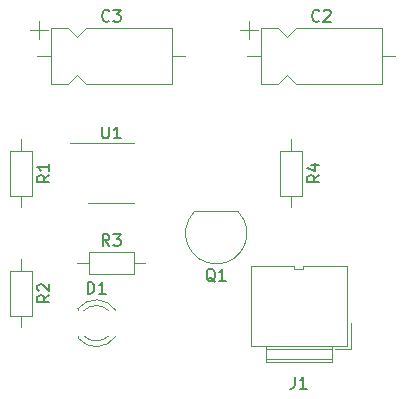
<source format=gbr>
%TF.GenerationSoftware,KiCad,Pcbnew,(6.0.4)*%
%TF.CreationDate,2022-06-10T14:34:12+05:30*%
%TF.ProjectId,saran batch,73617261-6e20-4626-9174-63682e6b6963,rev?*%
%TF.SameCoordinates,Original*%
%TF.FileFunction,Legend,Top*%
%TF.FilePolarity,Positive*%
%FSLAX46Y46*%
G04 Gerber Fmt 4.6, Leading zero omitted, Abs format (unit mm)*
G04 Created by KiCad (PCBNEW (6.0.4)) date 2022-06-10 14:34:12*
%MOMM*%
%LPD*%
G01*
G04 APERTURE LIST*
%ADD10C,0.150000*%
%ADD11C,0.120000*%
G04 APERTURE END LIST*
D10*
%TO.C,U1*%
X136398095Y-87492380D02*
X136398095Y-88301904D01*
X136445714Y-88397142D01*
X136493333Y-88444761D01*
X136588571Y-88492380D01*
X136779047Y-88492380D01*
X136874285Y-88444761D01*
X136921904Y-88397142D01*
X136969523Y-88301904D01*
X136969523Y-87492380D01*
X137969523Y-88492380D02*
X137398095Y-88492380D01*
X137683809Y-88492380D02*
X137683809Y-87492380D01*
X137588571Y-87635238D01*
X137493333Y-87730476D01*
X137398095Y-87778095D01*
%TO.C,R4*%
X154772380Y-91606666D02*
X154296190Y-91940000D01*
X154772380Y-92178095D02*
X153772380Y-92178095D01*
X153772380Y-91797142D01*
X153820000Y-91701904D01*
X153867619Y-91654285D01*
X153962857Y-91606666D01*
X154105714Y-91606666D01*
X154200952Y-91654285D01*
X154248571Y-91701904D01*
X154296190Y-91797142D01*
X154296190Y-92178095D01*
X154105714Y-90749523D02*
X154772380Y-90749523D01*
X153724761Y-90987619D02*
X154439047Y-91225714D01*
X154439047Y-90606666D01*
%TO.C,R3*%
X136993333Y-97592380D02*
X136660000Y-97116190D01*
X136421904Y-97592380D02*
X136421904Y-96592380D01*
X136802857Y-96592380D01*
X136898095Y-96640000D01*
X136945714Y-96687619D01*
X136993333Y-96782857D01*
X136993333Y-96925714D01*
X136945714Y-97020952D01*
X136898095Y-97068571D01*
X136802857Y-97116190D01*
X136421904Y-97116190D01*
X137326666Y-96592380D02*
X137945714Y-96592380D01*
X137612380Y-96973333D01*
X137755238Y-96973333D01*
X137850476Y-97020952D01*
X137898095Y-97068571D01*
X137945714Y-97163809D01*
X137945714Y-97401904D01*
X137898095Y-97497142D01*
X137850476Y-97544761D01*
X137755238Y-97592380D01*
X137469523Y-97592380D01*
X137374285Y-97544761D01*
X137326666Y-97497142D01*
%TO.C,R2*%
X131912380Y-101766666D02*
X131436190Y-102100000D01*
X131912380Y-102338095D02*
X130912380Y-102338095D01*
X130912380Y-101957142D01*
X130960000Y-101861904D01*
X131007619Y-101814285D01*
X131102857Y-101766666D01*
X131245714Y-101766666D01*
X131340952Y-101814285D01*
X131388571Y-101861904D01*
X131436190Y-101957142D01*
X131436190Y-102338095D01*
X131007619Y-101385714D02*
X130960000Y-101338095D01*
X130912380Y-101242857D01*
X130912380Y-101004761D01*
X130960000Y-100909523D01*
X131007619Y-100861904D01*
X131102857Y-100814285D01*
X131198095Y-100814285D01*
X131340952Y-100861904D01*
X131912380Y-101433333D01*
X131912380Y-100814285D01*
%TO.C,R1*%
X131912380Y-91606666D02*
X131436190Y-91940000D01*
X131912380Y-92178095D02*
X130912380Y-92178095D01*
X130912380Y-91797142D01*
X130960000Y-91701904D01*
X131007619Y-91654285D01*
X131102857Y-91606666D01*
X131245714Y-91606666D01*
X131340952Y-91654285D01*
X131388571Y-91701904D01*
X131436190Y-91797142D01*
X131436190Y-92178095D01*
X131912380Y-90654285D02*
X131912380Y-91225714D01*
X131912380Y-90940000D02*
X130912380Y-90940000D01*
X131055238Y-91035238D01*
X131150476Y-91130476D01*
X131198095Y-91225714D01*
%TO.C,Q1*%
X145954761Y-100627619D02*
X145859523Y-100580000D01*
X145764285Y-100484761D01*
X145621428Y-100341904D01*
X145526190Y-100294285D01*
X145430952Y-100294285D01*
X145478571Y-100532380D02*
X145383333Y-100484761D01*
X145288095Y-100389523D01*
X145240476Y-100199047D01*
X145240476Y-99865714D01*
X145288095Y-99675238D01*
X145383333Y-99580000D01*
X145478571Y-99532380D01*
X145669047Y-99532380D01*
X145764285Y-99580000D01*
X145859523Y-99675238D01*
X145907142Y-99865714D01*
X145907142Y-100199047D01*
X145859523Y-100389523D01*
X145764285Y-100484761D01*
X145669047Y-100532380D01*
X145478571Y-100532380D01*
X146859523Y-100532380D02*
X146288095Y-100532380D01*
X146573809Y-100532380D02*
X146573809Y-99532380D01*
X146478571Y-99675238D01*
X146383333Y-99770476D01*
X146288095Y-99818095D01*
%TO.C,J1*%
X152696666Y-108672380D02*
X152696666Y-109386666D01*
X152649047Y-109529523D01*
X152553809Y-109624761D01*
X152410952Y-109672380D01*
X152315714Y-109672380D01*
X153696666Y-109672380D02*
X153125238Y-109672380D01*
X153410952Y-109672380D02*
X153410952Y-108672380D01*
X153315714Y-108815238D01*
X153220476Y-108910476D01*
X153125238Y-108958095D01*
%TO.C,D1*%
X135151904Y-101632380D02*
X135151904Y-100632380D01*
X135390000Y-100632380D01*
X135532857Y-100680000D01*
X135628095Y-100775238D01*
X135675714Y-100870476D01*
X135723333Y-101060952D01*
X135723333Y-101203809D01*
X135675714Y-101394285D01*
X135628095Y-101489523D01*
X135532857Y-101584761D01*
X135390000Y-101632380D01*
X135151904Y-101632380D01*
X136675714Y-101632380D02*
X136104285Y-101632380D01*
X136390000Y-101632380D02*
X136390000Y-100632380D01*
X136294761Y-100775238D01*
X136199523Y-100870476D01*
X136104285Y-100918095D01*
%TO.C,C3*%
X136993333Y-78509642D02*
X136945714Y-78557261D01*
X136802857Y-78604880D01*
X136707619Y-78604880D01*
X136564761Y-78557261D01*
X136469523Y-78462023D01*
X136421904Y-78366785D01*
X136374285Y-78176309D01*
X136374285Y-78033452D01*
X136421904Y-77842976D01*
X136469523Y-77747738D01*
X136564761Y-77652500D01*
X136707619Y-77604880D01*
X136802857Y-77604880D01*
X136945714Y-77652500D01*
X136993333Y-77700119D01*
X137326666Y-77604880D02*
X137945714Y-77604880D01*
X137612380Y-77985833D01*
X137755238Y-77985833D01*
X137850476Y-78033452D01*
X137898095Y-78081071D01*
X137945714Y-78176309D01*
X137945714Y-78414404D01*
X137898095Y-78509642D01*
X137850476Y-78557261D01*
X137755238Y-78604880D01*
X137469523Y-78604880D01*
X137374285Y-78557261D01*
X137326666Y-78509642D01*
%TO.C,C2*%
X154773333Y-78509642D02*
X154725714Y-78557261D01*
X154582857Y-78604880D01*
X154487619Y-78604880D01*
X154344761Y-78557261D01*
X154249523Y-78462023D01*
X154201904Y-78366785D01*
X154154285Y-78176309D01*
X154154285Y-78033452D01*
X154201904Y-77842976D01*
X154249523Y-77747738D01*
X154344761Y-77652500D01*
X154487619Y-77604880D01*
X154582857Y-77604880D01*
X154725714Y-77652500D01*
X154773333Y-77700119D01*
X155154285Y-77700119D02*
X155201904Y-77652500D01*
X155297142Y-77604880D01*
X155535238Y-77604880D01*
X155630476Y-77652500D01*
X155678095Y-77700119D01*
X155725714Y-77795357D01*
X155725714Y-77890595D01*
X155678095Y-78033452D01*
X155106666Y-78604880D01*
X155725714Y-78604880D01*
D11*
%TO.C,U1*%
X137160000Y-88880000D02*
X139110000Y-88880000D01*
X137160000Y-94000000D02*
X139110000Y-94000000D01*
X137160000Y-88880000D02*
X133710000Y-88880000D01*
X137160000Y-94000000D02*
X135210000Y-94000000D01*
%TO.C,R4*%
X151480000Y-93360000D02*
X153320000Y-93360000D01*
X153320000Y-93360000D02*
X153320000Y-89520000D01*
X151480000Y-89520000D02*
X151480000Y-93360000D01*
X152400000Y-94310000D02*
X152400000Y-93360000D01*
X153320000Y-89520000D02*
X151480000Y-89520000D01*
X152400000Y-88570000D02*
X152400000Y-89520000D01*
%TO.C,R3*%
X139080000Y-99980000D02*
X139080000Y-98140000D01*
X139080000Y-98140000D02*
X135240000Y-98140000D01*
X135240000Y-99980000D02*
X139080000Y-99980000D01*
X140030000Y-99060000D02*
X139080000Y-99060000D01*
X135240000Y-98140000D02*
X135240000Y-99980000D01*
X134290000Y-99060000D02*
X135240000Y-99060000D01*
%TO.C,R2*%
X128620000Y-103520000D02*
X130460000Y-103520000D01*
X130460000Y-103520000D02*
X130460000Y-99680000D01*
X128620000Y-99680000D02*
X128620000Y-103520000D01*
X129540000Y-104470000D02*
X129540000Y-103520000D01*
X130460000Y-99680000D02*
X128620000Y-99680000D01*
X129540000Y-98730000D02*
X129540000Y-99680000D01*
%TO.C,R1*%
X128620000Y-93360000D02*
X130460000Y-93360000D01*
X130460000Y-93360000D02*
X130460000Y-89520000D01*
X128620000Y-89520000D02*
X128620000Y-93360000D01*
X129540000Y-94310000D02*
X129540000Y-93360000D01*
X130460000Y-89520000D02*
X128620000Y-89520000D01*
X129540000Y-88570000D02*
X129540000Y-89520000D01*
%TO.C,Q1*%
X147850000Y-94670000D02*
X144250000Y-94670000D01*
X144211522Y-94681522D02*
G75*
G03*
X146050000Y-99120000I1838478J-1838478D01*
G01*
X146050000Y-99120001D02*
G75*
G03*
X147888478Y-94681522I0J2600001D01*
G01*
%TO.C,J1*%
X155830000Y-106300000D02*
X150240000Y-106300000D01*
X157100000Y-106050000D02*
X148970000Y-106050000D01*
X157100000Y-106050000D02*
X157100000Y-104140000D01*
X148970000Y-106050000D02*
X148970000Y-104140000D01*
X148970000Y-99310000D02*
X148970000Y-104140000D01*
X155830000Y-107440000D02*
X150240000Y-107440000D01*
X152650000Y-99310000D02*
X148970000Y-99310000D01*
X152650000Y-99570000D02*
X152650000Y-99310000D01*
X156140000Y-106340000D02*
X157440000Y-106340000D01*
X155830000Y-106050000D02*
X155830000Y-107440000D01*
X157440000Y-106340000D02*
X157440000Y-104140000D01*
X157100000Y-104140000D02*
X157100000Y-99310000D01*
X153420000Y-99310000D02*
X157100000Y-99310000D01*
X153420000Y-99310000D02*
X153420000Y-99570000D01*
X155830000Y-107190000D02*
X150240000Y-107190000D01*
X150240000Y-106050000D02*
X150240000Y-107440000D01*
X153420000Y-99570000D02*
X152650000Y-99570000D01*
%TO.C,D1*%
X134330000Y-102904000D02*
X134330000Y-103060000D01*
X134330000Y-105220000D02*
X134330000Y-105376000D01*
X136931130Y-103060163D02*
G75*
G03*
X134849039Y-103060000I-1041130J-1079837D01*
G01*
X134330000Y-105375516D02*
G75*
G03*
X137562335Y-105218608I1560000J1235516D01*
G01*
X134849039Y-105220000D02*
G75*
G03*
X136931130Y-105219837I1040961J1080000D01*
G01*
X137562335Y-103061392D02*
G75*
G03*
X134330000Y-102904484I-1672335J-1078608D01*
G01*
%TO.C,C3*%
X135040000Y-83892500D02*
X142280000Y-83892500D01*
X130290000Y-79322500D02*
X131790000Y-79322500D01*
X134290000Y-79902500D02*
X135040000Y-79152500D01*
X142280000Y-79152500D02*
X142280000Y-83892500D01*
X132040000Y-79152500D02*
X132040000Y-83892500D01*
X133540000Y-79152500D02*
X134290000Y-79902500D01*
X132040000Y-79152500D02*
X133540000Y-79152500D01*
X133540000Y-83892500D02*
X134290000Y-83142500D01*
X134290000Y-83142500D02*
X135040000Y-83892500D01*
X135040000Y-79152500D02*
X142280000Y-79152500D01*
X143420000Y-81522500D02*
X142280000Y-81522500D01*
X132040000Y-83892500D02*
X133540000Y-83892500D01*
X131040000Y-78572500D02*
X131040000Y-80072500D01*
X130900000Y-81522500D02*
X132040000Y-81522500D01*
%TO.C,C2*%
X152820000Y-83892500D02*
X160060000Y-83892500D01*
X148070000Y-79322500D02*
X149570000Y-79322500D01*
X152070000Y-79902500D02*
X152820000Y-79152500D01*
X160060000Y-79152500D02*
X160060000Y-83892500D01*
X149820000Y-79152500D02*
X149820000Y-83892500D01*
X151320000Y-79152500D02*
X152070000Y-79902500D01*
X149820000Y-79152500D02*
X151320000Y-79152500D01*
X151320000Y-83892500D02*
X152070000Y-83142500D01*
X152070000Y-83142500D02*
X152820000Y-83892500D01*
X152820000Y-79152500D02*
X160060000Y-79152500D01*
X161200000Y-81522500D02*
X160060000Y-81522500D01*
X149820000Y-83892500D02*
X151320000Y-83892500D01*
X148820000Y-78572500D02*
X148820000Y-80072500D01*
X148680000Y-81522500D02*
X149820000Y-81522500D01*
%TD*%
M02*

</source>
